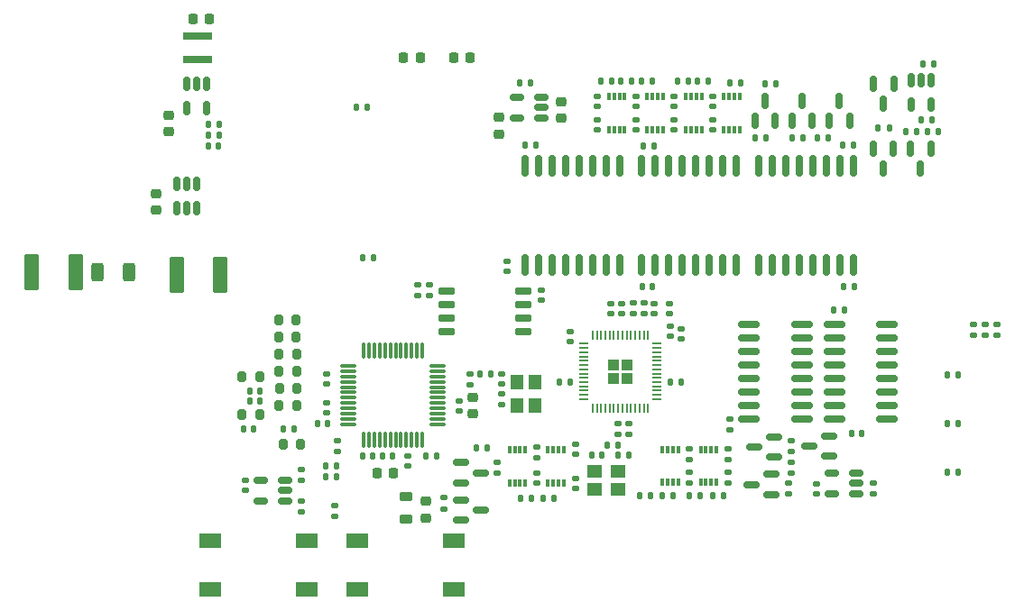
<source format=gtp>
%TF.GenerationSoftware,KiCad,Pcbnew,(6.0.7)*%
%TF.CreationDate,2022-08-15T19:03:41+05:00*%
%TF.ProjectId,RubyLink_revB,52756279-4c69-46e6-9b5f-726576422e6b,rev?*%
%TF.SameCoordinates,Original*%
%TF.FileFunction,Paste,Top*%
%TF.FilePolarity,Positive*%
%FSLAX46Y46*%
G04 Gerber Fmt 4.6, Leading zero omitted, Abs format (unit mm)*
G04 Created by KiCad (PCBNEW (6.0.7)) date 2022-08-15 19:03:41*
%MOMM*%
%LPD*%
G01*
G04 APERTURE LIST*
G04 Aperture macros list*
%AMRoundRect*
0 Rectangle with rounded corners*
0 $1 Rounding radius*
0 $2 $3 $4 $5 $6 $7 $8 $9 X,Y pos of 4 corners*
0 Add a 4 corners polygon primitive as box body*
4,1,4,$2,$3,$4,$5,$6,$7,$8,$9,$2,$3,0*
0 Add four circle primitives for the rounded corners*
1,1,$1+$1,$2,$3*
1,1,$1+$1,$4,$5*
1,1,$1+$1,$6,$7*
1,1,$1+$1,$8,$9*
0 Add four rect primitives between the rounded corners*
20,1,$1+$1,$2,$3,$4,$5,0*
20,1,$1+$1,$4,$5,$6,$7,0*
20,1,$1+$1,$6,$7,$8,$9,0*
20,1,$1+$1,$8,$9,$2,$3,0*%
G04 Aperture macros list end*
%ADD10RoundRect,0.140000X0.140000X0.170000X-0.140000X0.170000X-0.140000X-0.170000X0.140000X-0.170000X0*%
%ADD11RoundRect,0.140000X-0.170000X0.140000X-0.170000X-0.140000X0.170000X-0.140000X0.170000X0.140000X0*%
%ADD12RoundRect,0.150000X0.512500X0.150000X-0.512500X0.150000X-0.512500X-0.150000X0.512500X-0.150000X0*%
%ADD13RoundRect,0.150000X-0.587500X-0.150000X0.587500X-0.150000X0.587500X0.150000X-0.587500X0.150000X0*%
%ADD14R,0.300000X0.800000*%
%ADD15RoundRect,0.150000X-0.650000X-0.150000X0.650000X-0.150000X0.650000X0.150000X-0.650000X0.150000X0*%
%ADD16RoundRect,0.135000X-0.135000X-0.185000X0.135000X-0.185000X0.135000X0.185000X-0.135000X0.185000X0*%
%ADD17RoundRect,0.200000X0.200000X0.275000X-0.200000X0.275000X-0.200000X-0.275000X0.200000X-0.275000X0*%
%ADD18RoundRect,0.150000X0.587500X0.150000X-0.587500X0.150000X-0.587500X-0.150000X0.587500X-0.150000X0*%
%ADD19RoundRect,0.140000X-0.140000X-0.170000X0.140000X-0.170000X0.140000X0.170000X-0.140000X0.170000X0*%
%ADD20RoundRect,0.140000X0.170000X-0.140000X0.170000X0.140000X-0.170000X0.140000X-0.170000X-0.140000X0*%
%ADD21RoundRect,0.135000X0.135000X0.185000X-0.135000X0.185000X-0.135000X-0.185000X0.135000X-0.185000X0*%
%ADD22RoundRect,0.135000X0.185000X-0.135000X0.185000X0.135000X-0.185000X0.135000X-0.185000X-0.135000X0*%
%ADD23RoundRect,0.150000X0.150000X-0.587500X0.150000X0.587500X-0.150000X0.587500X-0.150000X-0.587500X0*%
%ADD24R,1.200000X1.400000*%
%ADD25RoundRect,0.135000X-0.185000X0.135000X-0.185000X-0.135000X0.185000X-0.135000X0.185000X0.135000X0*%
%ADD26RoundRect,0.150000X-0.150000X0.512500X-0.150000X-0.512500X0.150000X-0.512500X0.150000X0.512500X0*%
%ADD27RoundRect,0.225000X0.250000X-0.225000X0.250000X0.225000X-0.250000X0.225000X-0.250000X-0.225000X0*%
%ADD28RoundRect,0.150000X0.825000X0.150000X-0.825000X0.150000X-0.825000X-0.150000X0.825000X-0.150000X0*%
%ADD29RoundRect,0.225000X0.225000X0.250000X-0.225000X0.250000X-0.225000X-0.250000X0.225000X-0.250000X0*%
%ADD30RoundRect,0.150000X0.150000X-0.875000X0.150000X0.875000X-0.150000X0.875000X-0.150000X-0.875000X0*%
%ADD31RoundRect,0.150000X0.150000X-0.512500X0.150000X0.512500X-0.150000X0.512500X-0.150000X-0.512500X0*%
%ADD32RoundRect,0.150000X-0.150000X0.587500X-0.150000X-0.587500X0.150000X-0.587500X0.150000X0.587500X0*%
%ADD33RoundRect,0.250000X-0.292217X-0.292217X0.292217X-0.292217X0.292217X0.292217X-0.292217X0.292217X0*%
%ADD34RoundRect,0.050000X-0.387500X-0.050000X0.387500X-0.050000X0.387500X0.050000X-0.387500X0.050000X0*%
%ADD35RoundRect,0.050000X-0.050000X-0.387500X0.050000X-0.387500X0.050000X0.387500X-0.050000X0.387500X0*%
%ADD36R,2.100000X1.400000*%
%ADD37RoundRect,0.249999X-0.450001X-1.450001X0.450001X-1.450001X0.450001X1.450001X-0.450001X1.450001X0*%
%ADD38RoundRect,0.075000X-0.662500X-0.075000X0.662500X-0.075000X0.662500X0.075000X-0.662500X0.075000X0*%
%ADD39RoundRect,0.075000X-0.075000X-0.662500X0.075000X-0.662500X0.075000X0.662500X-0.075000X0.662500X0*%
%ADD40RoundRect,0.250000X-0.312500X-0.625000X0.312500X-0.625000X0.312500X0.625000X-0.312500X0.625000X0*%
%ADD41RoundRect,0.218750X0.381250X-0.218750X0.381250X0.218750X-0.381250X0.218750X-0.381250X-0.218750X0*%
%ADD42R,1.400000X1.200000*%
%ADD43R,2.700000X0.800000*%
%ADD44RoundRect,0.150000X-0.150000X0.875000X-0.150000X-0.875000X0.150000X-0.875000X0.150000X0.875000X0*%
%ADD45RoundRect,0.225000X-0.250000X0.225000X-0.250000X-0.225000X0.250000X-0.225000X0.250000X0.225000X0*%
%ADD46RoundRect,0.249999X0.450001X1.450001X-0.450001X1.450001X-0.450001X-1.450001X0.450001X-1.450001X0*%
G04 APERTURE END LIST*
D10*
X107740000Y-62370000D03*
X106780000Y-62370000D03*
D11*
X145233133Y-88500000D03*
X145233133Y-89460000D03*
D12*
X113997500Y-95720000D03*
X113997500Y-94770000D03*
X113997500Y-93820000D03*
X111722500Y-93820000D03*
X111722500Y-95720000D03*
D13*
X130462500Y-95650000D03*
X130462500Y-97550000D03*
X132337500Y-96600000D03*
D10*
X143713133Y-91480000D03*
X142753133Y-91480000D03*
D14*
X154470000Y-90897500D03*
X153970000Y-90897500D03*
X153470000Y-90897500D03*
X152970000Y-90897500D03*
X152970000Y-93997500D03*
X153470000Y-93997500D03*
X153970000Y-93997500D03*
X154470000Y-93997500D03*
D15*
X129100000Y-75995000D03*
X129100000Y-77265000D03*
X129100000Y-78535000D03*
X129100000Y-79805000D03*
X136300000Y-79805000D03*
X136300000Y-78535000D03*
X136300000Y-77265000D03*
X136300000Y-75995000D03*
D16*
X161590000Y-61600000D03*
X162610000Y-61600000D03*
X176150000Y-93070000D03*
X177170000Y-93070000D03*
D17*
X115050000Y-81970000D03*
X113400000Y-81970000D03*
D18*
X159597500Y-95150000D03*
X159597500Y-93250000D03*
X157722500Y-94200000D03*
D19*
X117020000Y-88500000D03*
X117980000Y-88500000D03*
D20*
X163860000Y-95080000D03*
X163860000Y-94120000D03*
D18*
X159837500Y-91650000D03*
X159837500Y-89750000D03*
X157962500Y-90700000D03*
D20*
X154100000Y-60880000D03*
X154100000Y-59920000D03*
D21*
X122270000Y-72870000D03*
X121250000Y-72870000D03*
D10*
X136980000Y-56500000D03*
X136020000Y-56500000D03*
D17*
X115025000Y-78770000D03*
X113375000Y-78770000D03*
D11*
X154100000Y-57720000D03*
X154100000Y-58680000D03*
D20*
X150500000Y-60880000D03*
X150500000Y-59920000D03*
X130300000Y-87280000D03*
X130300000Y-86320000D03*
X150033133Y-78160000D03*
X150033133Y-77200000D03*
D17*
X115050000Y-83570000D03*
X113400000Y-83570000D03*
D22*
X146633133Y-78190000D03*
X146633133Y-77170000D03*
D13*
X130462500Y-92150000D03*
X130462500Y-94050000D03*
X132337500Y-93100000D03*
D20*
X143300000Y-60880000D03*
X143300000Y-59920000D03*
D22*
X180760000Y-80180000D03*
X180760000Y-79160000D03*
D10*
X137480000Y-62300000D03*
X136520000Y-62300000D03*
D20*
X151920000Y-91827500D03*
X151920000Y-90867500D03*
D21*
X173270000Y-61070000D03*
X172250000Y-61070000D03*
D20*
X137580000Y-91680000D03*
X137580000Y-90720000D03*
X151133133Y-80560000D03*
X151133133Y-79600000D03*
D23*
X165050000Y-60037500D03*
X166950000Y-60037500D03*
X166000000Y-58162500D03*
D22*
X178560000Y-80180000D03*
X178560000Y-79160000D03*
D10*
X174640000Y-59970000D03*
X173680000Y-59970000D03*
D24*
X135750000Y-84600000D03*
X135750000Y-86800000D03*
X137450000Y-86800000D03*
X137450000Y-84600000D03*
D23*
X161550000Y-60037500D03*
X163450000Y-60037500D03*
X162500000Y-58162500D03*
D16*
X154140000Y-95250000D03*
X155160000Y-95250000D03*
D25*
X127500000Y-75440000D03*
X127500000Y-76460000D03*
D23*
X158050000Y-60037500D03*
X159950000Y-60037500D03*
X159000000Y-58162500D03*
D26*
X106610000Y-56532500D03*
X105660000Y-56532500D03*
X104710000Y-56532500D03*
X104710000Y-58807500D03*
X106610000Y-58807500D03*
D27*
X131600000Y-87575000D03*
X131600000Y-86025000D03*
D16*
X138190000Y-95500000D03*
X139210000Y-95500000D03*
X176150000Y-88470000D03*
X177170000Y-88470000D03*
D27*
X103060000Y-61045000D03*
X103060000Y-59495000D03*
D20*
X117900000Y-87480000D03*
X117900000Y-86520000D03*
D21*
X150360000Y-95250000D03*
X149340000Y-95250000D03*
D28*
X162475000Y-88045000D03*
X162475000Y-86775000D03*
X162475000Y-85505000D03*
X162475000Y-84235000D03*
X162475000Y-82965000D03*
X162475000Y-81695000D03*
X162475000Y-80425000D03*
X162475000Y-79155000D03*
X157525000Y-79155000D03*
X157525000Y-80425000D03*
X157525000Y-81695000D03*
X157525000Y-82965000D03*
X157525000Y-84235000D03*
X157525000Y-85505000D03*
X157525000Y-86775000D03*
X157525000Y-88045000D03*
D22*
X147633133Y-78190000D03*
X147633133Y-77170000D03*
D20*
X146233133Y-89460000D03*
X146233133Y-88500000D03*
D16*
X176150000Y-83870000D03*
X177170000Y-83870000D03*
D19*
X123120000Y-91500000D03*
X124080000Y-91500000D03*
D11*
X138000000Y-75920000D03*
X138000000Y-76880000D03*
D20*
X155520000Y-94027500D03*
X155520000Y-93067500D03*
D17*
X111585000Y-87670000D03*
X109935000Y-87670000D03*
D11*
X146900000Y-57720000D03*
X146900000Y-58680000D03*
D17*
X115050000Y-86800000D03*
X113400000Y-86800000D03*
D16*
X145490000Y-56300000D03*
X146510000Y-56300000D03*
D29*
X124175000Y-93170000D03*
X122625000Y-93170000D03*
D11*
X155730000Y-88080000D03*
X155730000Y-89040000D03*
D21*
X144610000Y-56300000D03*
X143590000Y-56300000D03*
D30*
X136530000Y-73580000D03*
X137800000Y-73580000D03*
X139070000Y-73580000D03*
X140340000Y-73580000D03*
X141610000Y-73580000D03*
X142880000Y-73580000D03*
X144150000Y-73580000D03*
X145420000Y-73580000D03*
X145420000Y-64280000D03*
X144150000Y-64280000D03*
X142880000Y-64280000D03*
X141610000Y-64280000D03*
X140340000Y-64280000D03*
X139070000Y-64280000D03*
X137800000Y-64280000D03*
X136530000Y-64280000D03*
D21*
X145243133Y-90480000D03*
X144223133Y-90480000D03*
D16*
X169639511Y-60719511D03*
X170659511Y-60719511D03*
D14*
X150870000Y-90897500D03*
X150370000Y-90897500D03*
X149870000Y-90897500D03*
X149370000Y-90897500D03*
X149370000Y-93997500D03*
X149870000Y-93997500D03*
X150370000Y-93997500D03*
X150870000Y-93997500D03*
D20*
X141200000Y-91380000D03*
X141200000Y-90420000D03*
D31*
X103810000Y-68207500D03*
X104760000Y-68207500D03*
X105710000Y-68207500D03*
X105710000Y-65932500D03*
X104760000Y-65932500D03*
X103810000Y-65932500D03*
D32*
X171059511Y-62682011D03*
X169159511Y-62682011D03*
X170109511Y-64557011D03*
D20*
X125500000Y-92480000D03*
X125500000Y-91520000D03*
D19*
X121220000Y-91500000D03*
X122180000Y-91500000D03*
D26*
X174610000Y-56195000D03*
X173660000Y-56195000D03*
X172710000Y-56195000D03*
X172710000Y-58470000D03*
X174610000Y-58470000D03*
D25*
X128860000Y-95460000D03*
X128860000Y-96480000D03*
D27*
X127160000Y-97345000D03*
X127160000Y-95795000D03*
D12*
X167597500Y-95050000D03*
X167597500Y-94100000D03*
X167597500Y-93150000D03*
X165322500Y-93150000D03*
X165322500Y-95050000D03*
D19*
X110045000Y-89000000D03*
X111005000Y-89000000D03*
D14*
X140130000Y-90947500D03*
X139630000Y-90947500D03*
X139130000Y-90947500D03*
X138630000Y-90947500D03*
X138630000Y-94047500D03*
X139130000Y-94047500D03*
X139630000Y-94047500D03*
X140130000Y-94047500D03*
D10*
X148580000Y-62400000D03*
X147620000Y-62400000D03*
D21*
X148410000Y-56300000D03*
X147390000Y-56300000D03*
D25*
X169160000Y-94090000D03*
X169160000Y-95110000D03*
D17*
X115425000Y-90400000D03*
X113775000Y-90400000D03*
D11*
X148633133Y-77200000D03*
X148633133Y-78160000D03*
D22*
X115460000Y-96780000D03*
X115460000Y-95760000D03*
D33*
X146070633Y-82942500D03*
X146070633Y-84217500D03*
X144795633Y-82942500D03*
X144795633Y-84217500D03*
D34*
X141995633Y-80980000D03*
X141995633Y-81380000D03*
X141995633Y-81780000D03*
X141995633Y-82180000D03*
X141995633Y-82580000D03*
X141995633Y-82980000D03*
X141995633Y-83380000D03*
X141995633Y-83780000D03*
X141995633Y-84180000D03*
X141995633Y-84580000D03*
X141995633Y-84980000D03*
X141995633Y-85380000D03*
X141995633Y-85780000D03*
X141995633Y-86180000D03*
D35*
X142833133Y-87017500D03*
X143233133Y-87017500D03*
X143633133Y-87017500D03*
X144033133Y-87017500D03*
X144433133Y-87017500D03*
X144833133Y-87017500D03*
X145233133Y-87017500D03*
X145633133Y-87017500D03*
X146033133Y-87017500D03*
X146433133Y-87017500D03*
X146833133Y-87017500D03*
X147233133Y-87017500D03*
X147633133Y-87017500D03*
X148033133Y-87017500D03*
D34*
X148870633Y-86180000D03*
X148870633Y-85780000D03*
X148870633Y-85380000D03*
X148870633Y-84980000D03*
X148870633Y-84580000D03*
X148870633Y-84180000D03*
X148870633Y-83780000D03*
X148870633Y-83380000D03*
X148870633Y-82980000D03*
X148870633Y-82580000D03*
X148870633Y-82180000D03*
X148870633Y-81780000D03*
X148870633Y-81380000D03*
X148870633Y-80980000D03*
D35*
X148033133Y-80142500D03*
X147633133Y-80142500D03*
X147233133Y-80142500D03*
X146833133Y-80142500D03*
X146433133Y-80142500D03*
X146033133Y-80142500D03*
X145633133Y-80142500D03*
X145233133Y-80142500D03*
X144833133Y-80142500D03*
X144433133Y-80142500D03*
X144033133Y-80142500D03*
X143633133Y-80142500D03*
X143233133Y-80142500D03*
X142833133Y-80142500D03*
D19*
X127220000Y-91500000D03*
X128180000Y-91500000D03*
D21*
X164910000Y-61600000D03*
X163890000Y-61600000D03*
D18*
X165037500Y-91550000D03*
X165037500Y-89650000D03*
X163162500Y-90600000D03*
D25*
X118660000Y-96160000D03*
X118660000Y-97180000D03*
D14*
X147950000Y-60850000D03*
X148450000Y-60850000D03*
X148950000Y-60850000D03*
X149450000Y-60850000D03*
X149450000Y-57750000D03*
X148950000Y-57750000D03*
X148450000Y-57750000D03*
X147950000Y-57750000D03*
X151550000Y-60850000D03*
X152050000Y-60850000D03*
X152550000Y-60850000D03*
X153050000Y-60850000D03*
X153050000Y-57750000D03*
X152550000Y-57750000D03*
X152050000Y-57750000D03*
X151550000Y-57750000D03*
D17*
X111585000Y-84070000D03*
X109935000Y-84070000D03*
D10*
X148455000Y-75580000D03*
X147495000Y-75580000D03*
D16*
X165450000Y-77770000D03*
X166470000Y-77770000D03*
D14*
X136530000Y-90947500D03*
X136030000Y-90947500D03*
X135530000Y-90947500D03*
X135030000Y-90947500D03*
X135030000Y-94047500D03*
X135530000Y-94047500D03*
X136030000Y-94047500D03*
X136530000Y-94047500D03*
D19*
X150153133Y-84580000D03*
X151113133Y-84580000D03*
D20*
X141200000Y-94580000D03*
X141200000Y-93620000D03*
D11*
X150500000Y-57720000D03*
X150500000Y-58680000D03*
D20*
X155520000Y-91827500D03*
X155520000Y-90867500D03*
D36*
X116010000Y-104020000D03*
X106910000Y-104020000D03*
X116010000Y-99520000D03*
X106910000Y-99520000D03*
D22*
X131300000Y-84810000D03*
X131300000Y-83790000D03*
D21*
X137120000Y-95500000D03*
X136100000Y-95500000D03*
D20*
X145533133Y-78160000D03*
X145533133Y-77200000D03*
D14*
X144350000Y-60850000D03*
X144850000Y-60850000D03*
X145350000Y-60850000D03*
X145850000Y-60850000D03*
X145850000Y-57750000D03*
X145350000Y-57750000D03*
X144850000Y-57750000D03*
X144350000Y-57750000D03*
D11*
X144533133Y-77200000D03*
X144533133Y-78160000D03*
D37*
X90210000Y-74270000D03*
X94310000Y-74270000D03*
D38*
X119937500Y-83050000D03*
X119937500Y-83550000D03*
X119937500Y-84050000D03*
X119937500Y-84550000D03*
X119937500Y-85050000D03*
X119937500Y-85550000D03*
X119937500Y-86050000D03*
X119937500Y-86550000D03*
X119937500Y-87050000D03*
X119937500Y-87550000D03*
X119937500Y-88050000D03*
X119937500Y-88550000D03*
D39*
X121350000Y-89962500D03*
X121850000Y-89962500D03*
X122350000Y-89962500D03*
X122850000Y-89962500D03*
X123350000Y-89962500D03*
X123850000Y-89962500D03*
X124350000Y-89962500D03*
X124850000Y-89962500D03*
X125350000Y-89962500D03*
X125850000Y-89962500D03*
X126350000Y-89962500D03*
X126850000Y-89962500D03*
D38*
X128262500Y-88550000D03*
X128262500Y-88050000D03*
X128262500Y-87550000D03*
X128262500Y-87050000D03*
X128262500Y-86550000D03*
X128262500Y-86050000D03*
X128262500Y-85550000D03*
X128262500Y-85050000D03*
X128262500Y-84550000D03*
X128262500Y-84050000D03*
X128262500Y-83550000D03*
X128262500Y-83050000D03*
D39*
X126850000Y-81637500D03*
X126350000Y-81637500D03*
X125850000Y-81637500D03*
X125350000Y-81637500D03*
X124850000Y-81637500D03*
X124350000Y-81637500D03*
X123850000Y-81637500D03*
X123350000Y-81637500D03*
X122850000Y-81637500D03*
X122350000Y-81637500D03*
X121850000Y-81637500D03*
X121350000Y-81637500D03*
D25*
X118900000Y-90090000D03*
X118900000Y-91110000D03*
D27*
X139900000Y-59775000D03*
X139900000Y-58225000D03*
D16*
X106750000Y-60360000D03*
X107770000Y-60360000D03*
X120650000Y-58770000D03*
X121670000Y-58770000D03*
X173850000Y-54670000D03*
X174870000Y-54670000D03*
D21*
X160010000Y-56600000D03*
X158990000Y-56600000D03*
D29*
X131335000Y-54070000D03*
X129785000Y-54070000D03*
D40*
X96397500Y-74270000D03*
X99322500Y-74270000D03*
D22*
X179660000Y-80180000D03*
X179660000Y-79160000D03*
D29*
X126635000Y-54070000D03*
X125085000Y-54070000D03*
D25*
X115460000Y-92760000D03*
X115460000Y-93780000D03*
D19*
X166420000Y-75630000D03*
X167380000Y-75630000D03*
D21*
X118810000Y-92470000D03*
X117790000Y-92470000D03*
D29*
X106885000Y-50470000D03*
X105335000Y-50470000D03*
D11*
X134300000Y-83820000D03*
X134300000Y-84780000D03*
D41*
X125360000Y-97432500D03*
X125360000Y-95307500D03*
D25*
X126450000Y-75440000D03*
X126450000Y-76460000D03*
D10*
X114780000Y-89000000D03*
X113820000Y-89000000D03*
D30*
X147455000Y-73580000D03*
X148725000Y-73580000D03*
X149995000Y-73580000D03*
X151265000Y-73580000D03*
X152535000Y-73580000D03*
X153805000Y-73580000D03*
X155075000Y-73580000D03*
X156345000Y-73580000D03*
X156345000Y-64280000D03*
X155075000Y-64280000D03*
X153805000Y-64280000D03*
X152535000Y-64280000D03*
X151265000Y-64280000D03*
X149995000Y-64280000D03*
X148725000Y-64280000D03*
X147455000Y-64280000D03*
D21*
X175270000Y-61070000D03*
X174250000Y-61070000D03*
D25*
X161500000Y-90090000D03*
X161500000Y-91110000D03*
D17*
X115085000Y-85170000D03*
X113435000Y-85170000D03*
D21*
X151800000Y-56300000D03*
X150780000Y-56300000D03*
X133310000Y-83800000D03*
X132290000Y-83800000D03*
D19*
X166320000Y-62330000D03*
X167280000Y-62330000D03*
D10*
X140713133Y-84580000D03*
X139753133Y-84580000D03*
D22*
X161260000Y-95110000D03*
X161260000Y-94090000D03*
D42*
X145233133Y-92930000D03*
X143033133Y-92930000D03*
X143033133Y-94630000D03*
X145233133Y-94630000D03*
D19*
X167120000Y-89400000D03*
X168080000Y-89400000D03*
D16*
X131890000Y-90800000D03*
X132910000Y-90800000D03*
D43*
X105760000Y-54270000D03*
X105760000Y-52070000D03*
D11*
X134300000Y-85720000D03*
X134300000Y-86680000D03*
D21*
X153710000Y-56300000D03*
X152690000Y-56300000D03*
D28*
X170475000Y-88045000D03*
X170475000Y-86775000D03*
X170475000Y-85505000D03*
X170475000Y-84235000D03*
X170475000Y-82965000D03*
X170475000Y-81695000D03*
X170475000Y-80425000D03*
X170475000Y-79155000D03*
X165525000Y-79155000D03*
X165525000Y-80425000D03*
X165525000Y-81695000D03*
X165525000Y-82965000D03*
X165525000Y-84235000D03*
X165525000Y-85505000D03*
X165525000Y-86775000D03*
X165525000Y-88045000D03*
D20*
X151920000Y-94027500D03*
X151920000Y-93067500D03*
D11*
X110260000Y-93790000D03*
X110260000Y-94750000D03*
D44*
X167345000Y-64280000D03*
X166075000Y-64280000D03*
X164805000Y-64280000D03*
X163535000Y-64280000D03*
X162265000Y-64280000D03*
X160995000Y-64280000D03*
X159725000Y-64280000D03*
X158455000Y-64280000D03*
X158455000Y-73580000D03*
X159725000Y-73580000D03*
X160995000Y-73580000D03*
X162265000Y-73580000D03*
X163535000Y-73580000D03*
X164805000Y-73580000D03*
X166075000Y-73580000D03*
X167345000Y-73580000D03*
D21*
X152960000Y-95250000D03*
X151940000Y-95250000D03*
D45*
X101860000Y-66895000D03*
X101860000Y-68445000D03*
D20*
X137580000Y-94077500D03*
X137580000Y-93117500D03*
D17*
X115025000Y-80370000D03*
X113375000Y-80370000D03*
D19*
X145253133Y-91480000D03*
X146213133Y-91480000D03*
D46*
X107910000Y-74470000D03*
X103810000Y-74470000D03*
D11*
X150133133Y-79300000D03*
X150133133Y-80260000D03*
D16*
X158090000Y-61600000D03*
X159110000Y-61600000D03*
D32*
X174559511Y-62682011D03*
X172659511Y-62682011D03*
X173609511Y-64557011D03*
D16*
X117790000Y-93500000D03*
X118810000Y-93500000D03*
D45*
X134000000Y-59725000D03*
X134000000Y-61275000D03*
D21*
X107770000Y-61370000D03*
X106750000Y-61370000D03*
D19*
X110645000Y-86400000D03*
X111605000Y-86400000D03*
X110645000Y-85400000D03*
X111605000Y-85400000D03*
D11*
X143300000Y-57720000D03*
X143300000Y-58680000D03*
D25*
X133900000Y-92090000D03*
X133900000Y-93110000D03*
D11*
X134800000Y-73200000D03*
X134800000Y-74160000D03*
D22*
X161500000Y-93110000D03*
X161500000Y-92090000D03*
D11*
X117900000Y-83820000D03*
X117900000Y-84780000D03*
D20*
X146900000Y-60880000D03*
X146900000Y-59920000D03*
D21*
X156710000Y-56500000D03*
X155690000Y-56500000D03*
D12*
X138037500Y-59750000D03*
X138037500Y-58800000D03*
X138037500Y-57850000D03*
X135762500Y-57850000D03*
X135762500Y-59750000D03*
D32*
X171099511Y-56532500D03*
X169199511Y-56532500D03*
X170149511Y-58407500D03*
D36*
X129822500Y-104020000D03*
X120722500Y-104020000D03*
X129822500Y-99520000D03*
X120722500Y-99520000D03*
D16*
X147250000Y-95270000D03*
X148270000Y-95270000D03*
D14*
X155150000Y-60850000D03*
X155650000Y-60850000D03*
X156150000Y-60850000D03*
X156650000Y-60850000D03*
X156650000Y-57750000D03*
X156150000Y-57750000D03*
X155650000Y-57750000D03*
X155150000Y-57750000D03*
D20*
X140733133Y-80780000D03*
X140733133Y-79820000D03*
M02*

</source>
